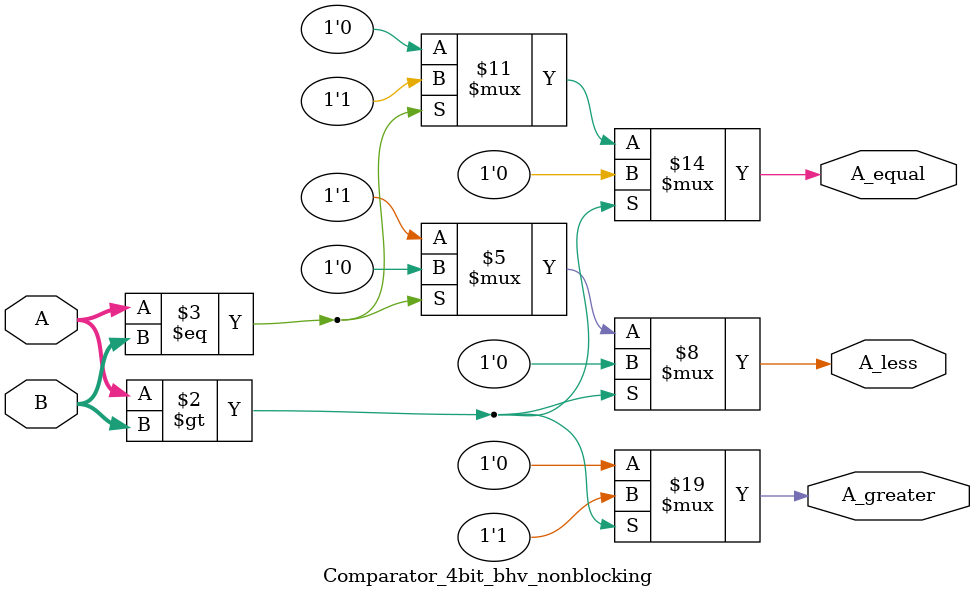
<source format=v>
module Comparator_4bit_bhv_nonblocking(
    input [3:0] A,    // Số thứ nhất (4-bit)
    input [3:0] B,    // Số thứ hai (4-bit)
    output reg A_greater, // A > B
    output reg A_equal,   // A == B
    output reg A_less     // A < B
);

always @(*) begin
    if (A > B) begin
        A_greater <= 1;
        A_equal <= 0;
        A_less <= 0;
    end else if (A == B) begin
        A_greater <= 0;
        A_equal <= 1;
        A_less <= 0;
    end else begin
        A_greater <= 0;
        A_equal <= 0;
        A_less <= 1;
    end
end

endmodule

</source>
